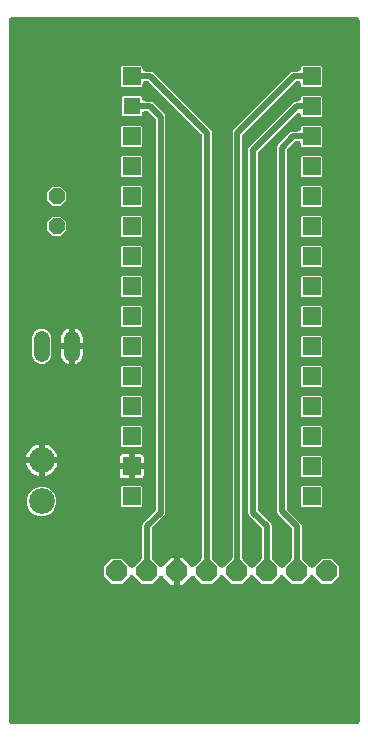
<source format=gbr>
G04 EAGLE Gerber RS-274X export*
G75*
%MOMM*%
%FSLAX34Y34*%
%LPD*%
%INBottom Copper*%
%IPPOS*%
%AMOC8*
5,1,8,0,0,1.08239X$1,22.5*%
G01*
%ADD10C,2.184400*%
%ADD11P,1.924489X8X112.500000*%
%ADD12C,1.320800*%
%ADD13P,1.429621X8X112.500000*%
%ADD14R,1.508000X1.508000*%
%ADD15R,1.408000X1.408000*%
%ADD16C,0.508000*%
%ADD17C,0.152400*%

G36*
X279235Y556264D02*
X279235Y556264D01*
X279269Y556262D01*
X279458Y556284D01*
X279649Y556301D01*
X279682Y556310D01*
X279716Y556314D01*
X279899Y556369D01*
X280083Y556419D01*
X280114Y556434D01*
X280147Y556444D01*
X280318Y556531D01*
X280490Y556613D01*
X280518Y556633D01*
X280549Y556648D01*
X280701Y556764D01*
X280856Y556875D01*
X280880Y556900D01*
X280907Y556920D01*
X281036Y557060D01*
X281170Y557197D01*
X281189Y557226D01*
X281213Y557252D01*
X281315Y557413D01*
X281422Y557570D01*
X281436Y557602D01*
X281454Y557631D01*
X281527Y557808D01*
X281604Y557982D01*
X281612Y558016D01*
X281625Y558048D01*
X281665Y558235D01*
X281711Y558420D01*
X281713Y558454D01*
X281720Y558488D01*
X281739Y558800D01*
X281739Y1152400D01*
X281736Y1152435D01*
X281738Y1152469D01*
X281716Y1152658D01*
X281699Y1152849D01*
X281690Y1152882D01*
X281686Y1152916D01*
X281631Y1153099D01*
X281581Y1153283D01*
X281566Y1153314D01*
X281556Y1153347D01*
X281469Y1153518D01*
X281387Y1153690D01*
X281367Y1153718D01*
X281352Y1153749D01*
X281236Y1153901D01*
X281125Y1154056D01*
X281100Y1154080D01*
X281080Y1154107D01*
X280940Y1154236D01*
X280803Y1154370D01*
X280774Y1154389D01*
X280748Y1154413D01*
X280587Y1154515D01*
X280430Y1154622D01*
X280398Y1154636D01*
X280369Y1154654D01*
X280192Y1154727D01*
X280018Y1154804D01*
X279984Y1154812D01*
X279952Y1154825D01*
X279765Y1154865D01*
X279580Y1154911D01*
X279546Y1154913D01*
X279512Y1154920D01*
X279200Y1154939D01*
X-12700Y1154939D01*
X-12735Y1154936D01*
X-12769Y1154938D01*
X-12958Y1154916D01*
X-13149Y1154899D01*
X-13182Y1154890D01*
X-13216Y1154886D01*
X-13399Y1154831D01*
X-13583Y1154781D01*
X-13614Y1154766D01*
X-13647Y1154756D01*
X-13818Y1154669D01*
X-13990Y1154587D01*
X-14018Y1154567D01*
X-14049Y1154552D01*
X-14201Y1154436D01*
X-14356Y1154325D01*
X-14380Y1154300D01*
X-14407Y1154280D01*
X-14536Y1154140D01*
X-14670Y1154003D01*
X-14689Y1153974D01*
X-14713Y1153948D01*
X-14815Y1153787D01*
X-14922Y1153630D01*
X-14936Y1153598D01*
X-14954Y1153569D01*
X-15027Y1153392D01*
X-15104Y1153218D01*
X-15112Y1153184D01*
X-15125Y1153152D01*
X-15166Y1152965D01*
X-15211Y1152780D01*
X-15213Y1152746D01*
X-15220Y1152712D01*
X-15239Y1152400D01*
X-15239Y558800D01*
X-15236Y558765D01*
X-15238Y558731D01*
X-15216Y558542D01*
X-15199Y558351D01*
X-15190Y558318D01*
X-15186Y558284D01*
X-15131Y558101D01*
X-15081Y557917D01*
X-15066Y557886D01*
X-15056Y557853D01*
X-14969Y557682D01*
X-14887Y557510D01*
X-14867Y557482D01*
X-14852Y557451D01*
X-14736Y557299D01*
X-14625Y557144D01*
X-14600Y557120D01*
X-14580Y557093D01*
X-14440Y556964D01*
X-14303Y556830D01*
X-14274Y556811D01*
X-14248Y556787D01*
X-14087Y556685D01*
X-13930Y556578D01*
X-13898Y556564D01*
X-13869Y556546D01*
X-13692Y556473D01*
X-13518Y556396D01*
X-13484Y556388D01*
X-13452Y556375D01*
X-13265Y556335D01*
X-13080Y556289D01*
X-13046Y556287D01*
X-13012Y556280D01*
X-12700Y556261D01*
X279200Y556261D01*
X279235Y556264D01*
G37*
%LPC*%
G36*
X129539Y674369D02*
X129539Y674369D01*
X129539Y685800D01*
X129539Y697231D01*
X131735Y697231D01*
X138623Y690343D01*
X138650Y690320D01*
X138672Y690294D01*
X138821Y690177D01*
X138968Y690054D01*
X138998Y690036D01*
X139026Y690015D01*
X139193Y689925D01*
X139359Y689830D01*
X139392Y689819D01*
X139422Y689802D01*
X139603Y689743D01*
X139783Y689679D01*
X139818Y689674D01*
X139851Y689663D01*
X140040Y689637D01*
X140228Y689606D01*
X140262Y689606D01*
X140297Y689602D01*
X140488Y689610D01*
X140678Y689612D01*
X140712Y689619D01*
X140747Y689620D01*
X140933Y689661D01*
X141120Y689698D01*
X141152Y689710D01*
X141186Y689718D01*
X141362Y689791D01*
X141540Y689860D01*
X141570Y689878D01*
X141602Y689891D01*
X141762Y689995D01*
X141925Y690094D01*
X141951Y690117D01*
X141980Y690136D01*
X142214Y690343D01*
X147592Y695720D01*
X147697Y695846D01*
X147809Y695967D01*
X147841Y696019D01*
X147880Y696066D01*
X147962Y696208D01*
X148050Y696347D01*
X148074Y696404D01*
X148104Y696456D01*
X148159Y696611D01*
X148221Y696764D01*
X148234Y696823D01*
X148255Y696881D01*
X148281Y697043D01*
X148316Y697204D01*
X148321Y697281D01*
X148328Y697325D01*
X148327Y697386D01*
X148335Y697516D01*
X148335Y1054413D01*
X148321Y1054576D01*
X148314Y1054741D01*
X148301Y1054800D01*
X148295Y1054861D01*
X148252Y1055020D01*
X148216Y1055180D01*
X148193Y1055237D01*
X148177Y1055295D01*
X148106Y1055444D01*
X148043Y1055596D01*
X148010Y1055647D01*
X147983Y1055702D01*
X147888Y1055836D01*
X147798Y1055974D01*
X147747Y1056032D01*
X147721Y1056068D01*
X147678Y1056111D01*
X147592Y1056208D01*
X103708Y1100092D01*
X103582Y1100197D01*
X103461Y1100309D01*
X103410Y1100341D01*
X103363Y1100380D01*
X103220Y1100462D01*
X103081Y1100550D01*
X103025Y1100574D01*
X102972Y1100604D01*
X102817Y1100659D01*
X102665Y1100721D01*
X102605Y1100734D01*
X102547Y1100755D01*
X102385Y1100781D01*
X102224Y1100816D01*
X102148Y1100821D01*
X102103Y1100828D01*
X102042Y1100827D01*
X101913Y1100835D01*
X100504Y1100835D01*
X100469Y1100832D01*
X100435Y1100834D01*
X100246Y1100812D01*
X100055Y1100795D01*
X100022Y1100786D01*
X99988Y1100782D01*
X99805Y1100727D01*
X99621Y1100677D01*
X99590Y1100662D01*
X99557Y1100652D01*
X99386Y1100565D01*
X99214Y1100483D01*
X99186Y1100463D01*
X99155Y1100448D01*
X99003Y1100332D01*
X98848Y1100221D01*
X98824Y1100196D01*
X98797Y1100176D01*
X98668Y1100036D01*
X98534Y1099899D01*
X98515Y1099870D01*
X98491Y1099844D01*
X98389Y1099683D01*
X98282Y1099526D01*
X98268Y1099494D01*
X98250Y1099465D01*
X98177Y1099288D01*
X98100Y1099114D01*
X98092Y1099080D01*
X98079Y1099048D01*
X98039Y1098861D01*
X97993Y1098676D01*
X97991Y1098642D01*
X97984Y1098608D01*
X97965Y1098296D01*
X97965Y1096728D01*
X97072Y1095835D01*
X80728Y1095835D01*
X79835Y1096728D01*
X79835Y1113072D01*
X80728Y1113965D01*
X97072Y1113965D01*
X97965Y1113072D01*
X97965Y1111504D01*
X97968Y1111469D01*
X97966Y1111435D01*
X97988Y1111246D01*
X98005Y1111055D01*
X98014Y1111022D01*
X98018Y1110988D01*
X98073Y1110805D01*
X98123Y1110621D01*
X98138Y1110590D01*
X98148Y1110557D01*
X98235Y1110386D01*
X98317Y1110214D01*
X98337Y1110186D01*
X98352Y1110155D01*
X98468Y1110003D01*
X98579Y1109848D01*
X98604Y1109824D01*
X98624Y1109797D01*
X98764Y1109668D01*
X98901Y1109534D01*
X98930Y1109515D01*
X98956Y1109491D01*
X99117Y1109389D01*
X99274Y1109282D01*
X99306Y1109268D01*
X99335Y1109250D01*
X99512Y1109177D01*
X99686Y1109100D01*
X99720Y1109092D01*
X99752Y1109079D01*
X99939Y1109039D01*
X100124Y1108993D01*
X100158Y1108991D01*
X100192Y1108984D01*
X100504Y1108965D01*
X105457Y1108965D01*
X106950Y1108346D01*
X155846Y1059450D01*
X156465Y1057957D01*
X156465Y697516D01*
X156479Y697352D01*
X156486Y697188D01*
X156499Y697128D01*
X156505Y697067D01*
X156548Y696908D01*
X156584Y696748D01*
X156607Y696692D01*
X156623Y696633D01*
X156694Y696484D01*
X156757Y696333D01*
X156790Y696281D01*
X156817Y696226D01*
X156912Y696093D01*
X157002Y695954D01*
X157053Y695897D01*
X157079Y695860D01*
X157122Y695818D01*
X157208Y695720D01*
X163304Y689624D01*
X163331Y689602D01*
X163354Y689576D01*
X163503Y689458D01*
X163650Y689335D01*
X163680Y689318D01*
X163707Y689297D01*
X163875Y689207D01*
X164041Y689112D01*
X164073Y689100D01*
X164104Y689084D01*
X164285Y689025D01*
X164465Y688961D01*
X164499Y688955D01*
X164532Y688945D01*
X164721Y688919D01*
X164909Y688888D01*
X164944Y688888D01*
X164978Y688883D01*
X165169Y688891D01*
X165360Y688894D01*
X165393Y688900D01*
X165428Y688902D01*
X165614Y688943D01*
X165802Y688979D01*
X165834Y688992D01*
X165868Y688999D01*
X166043Y689073D01*
X166222Y689142D01*
X166251Y689160D01*
X166283Y689173D01*
X166443Y689276D01*
X166606Y689375D01*
X166632Y689398D01*
X166661Y689417D01*
X166896Y689624D01*
X173500Y696228D01*
X173605Y696354D01*
X173717Y696475D01*
X173749Y696527D01*
X173788Y696574D01*
X173870Y696716D01*
X173958Y696855D01*
X173982Y696912D01*
X174012Y696965D01*
X174067Y697119D01*
X174129Y697272D01*
X174142Y697331D01*
X174163Y697389D01*
X174189Y697551D01*
X174224Y697712D01*
X174229Y697789D01*
X174236Y697833D01*
X174235Y697894D01*
X174243Y698024D01*
X174243Y1057957D01*
X174862Y1059450D01*
X223758Y1108346D01*
X225251Y1108965D01*
X229696Y1108965D01*
X229731Y1108968D01*
X229765Y1108966D01*
X229954Y1108988D01*
X230145Y1109005D01*
X230178Y1109014D01*
X230212Y1109018D01*
X230395Y1109073D01*
X230579Y1109123D01*
X230610Y1109138D01*
X230643Y1109148D01*
X230814Y1109235D01*
X230986Y1109317D01*
X231014Y1109337D01*
X231045Y1109352D01*
X231197Y1109468D01*
X231352Y1109579D01*
X231376Y1109604D01*
X231403Y1109624D01*
X231532Y1109764D01*
X231666Y1109901D01*
X231685Y1109930D01*
X231709Y1109956D01*
X231811Y1110117D01*
X231918Y1110274D01*
X231932Y1110306D01*
X231950Y1110335D01*
X232023Y1110512D01*
X232100Y1110686D01*
X232108Y1110720D01*
X232121Y1110752D01*
X232161Y1110939D01*
X232207Y1111124D01*
X232209Y1111158D01*
X232216Y1111192D01*
X232235Y1111504D01*
X232235Y1113072D01*
X233128Y1113965D01*
X249472Y1113965D01*
X250365Y1113072D01*
X250365Y1096728D01*
X249472Y1095835D01*
X233128Y1095835D01*
X232235Y1096728D01*
X232235Y1098296D01*
X232232Y1098331D01*
X232234Y1098365D01*
X232212Y1098554D01*
X232195Y1098745D01*
X232186Y1098778D01*
X232182Y1098812D01*
X232127Y1098995D01*
X232077Y1099179D01*
X232062Y1099210D01*
X232052Y1099243D01*
X231965Y1099414D01*
X231883Y1099586D01*
X231863Y1099614D01*
X231848Y1099645D01*
X231732Y1099797D01*
X231621Y1099952D01*
X231596Y1099976D01*
X231576Y1100003D01*
X231436Y1100132D01*
X231299Y1100266D01*
X231270Y1100285D01*
X231244Y1100309D01*
X231083Y1100411D01*
X230926Y1100518D01*
X230894Y1100532D01*
X230865Y1100550D01*
X230688Y1100623D01*
X230514Y1100700D01*
X230480Y1100708D01*
X230448Y1100721D01*
X230261Y1100761D01*
X230076Y1100807D01*
X230042Y1100809D01*
X230008Y1100816D01*
X229696Y1100835D01*
X228795Y1100835D01*
X228632Y1100821D01*
X228467Y1100814D01*
X228408Y1100801D01*
X228347Y1100795D01*
X228188Y1100752D01*
X228028Y1100716D01*
X227971Y1100693D01*
X227913Y1100677D01*
X227764Y1100606D01*
X227612Y1100543D01*
X227561Y1100510D01*
X227506Y1100483D01*
X227372Y1100388D01*
X227234Y1100298D01*
X227176Y1100247D01*
X227140Y1100221D01*
X227097Y1100178D01*
X227000Y1100092D01*
X183116Y1056208D01*
X183011Y1056082D01*
X182899Y1055961D01*
X182867Y1055910D01*
X182828Y1055863D01*
X182746Y1055720D01*
X182658Y1055581D01*
X182634Y1055525D01*
X182604Y1055472D01*
X182549Y1055317D01*
X182487Y1055165D01*
X182474Y1055105D01*
X182453Y1055047D01*
X182427Y1054885D01*
X182392Y1054724D01*
X182387Y1054648D01*
X182380Y1054603D01*
X182381Y1054542D01*
X182373Y1054413D01*
X182373Y697008D01*
X182387Y696844D01*
X182394Y696680D01*
X182407Y696620D01*
X182413Y696559D01*
X182456Y696400D01*
X182492Y696240D01*
X182515Y696184D01*
X182531Y696125D01*
X182602Y695977D01*
X182665Y695825D01*
X182698Y695773D01*
X182725Y695718D01*
X182820Y695585D01*
X182910Y695446D01*
X182961Y695389D01*
X182987Y695352D01*
X183030Y695310D01*
X183116Y695212D01*
X188704Y689624D01*
X188731Y689602D01*
X188754Y689576D01*
X188903Y689458D01*
X189050Y689335D01*
X189080Y689318D01*
X189107Y689297D01*
X189275Y689207D01*
X189441Y689112D01*
X189473Y689100D01*
X189504Y689084D01*
X189685Y689025D01*
X189865Y688961D01*
X189899Y688955D01*
X189932Y688945D01*
X190121Y688919D01*
X190309Y688888D01*
X190344Y688888D01*
X190378Y688883D01*
X190569Y688891D01*
X190760Y688894D01*
X190794Y688900D01*
X190828Y688902D01*
X191014Y688943D01*
X191202Y688979D01*
X191234Y688992D01*
X191268Y688999D01*
X191444Y689073D01*
X191622Y689142D01*
X191651Y689160D01*
X191683Y689173D01*
X191843Y689276D01*
X192006Y689375D01*
X192032Y689398D01*
X192061Y689417D01*
X192296Y689624D01*
X198392Y695720D01*
X198497Y695846D01*
X198609Y695967D01*
X198641Y696019D01*
X198680Y696066D01*
X198762Y696208D01*
X198850Y696347D01*
X198874Y696404D01*
X198904Y696456D01*
X198959Y696611D01*
X199021Y696764D01*
X199034Y696823D01*
X199055Y696881D01*
X199081Y697043D01*
X199116Y697204D01*
X199121Y697281D01*
X199128Y697325D01*
X199127Y697386D01*
X199135Y697516D01*
X199135Y721165D01*
X199121Y721328D01*
X199114Y721493D01*
X199101Y721552D01*
X199095Y721613D01*
X199052Y721772D01*
X199016Y721932D01*
X198993Y721989D01*
X198977Y722047D01*
X198906Y722196D01*
X198843Y722348D01*
X198810Y722399D01*
X198783Y722454D01*
X198688Y722588D01*
X198598Y722726D01*
X198547Y722784D01*
X198521Y722820D01*
X198478Y722863D01*
X198392Y722960D01*
X188070Y733282D01*
X187451Y734775D01*
X187451Y1043225D01*
X188070Y1044718D01*
X226298Y1082946D01*
X227791Y1083565D01*
X229696Y1083565D01*
X229731Y1083568D01*
X229765Y1083566D01*
X229954Y1083588D01*
X230145Y1083605D01*
X230178Y1083614D01*
X230212Y1083618D01*
X230395Y1083673D01*
X230579Y1083723D01*
X230610Y1083738D01*
X230643Y1083748D01*
X230814Y1083835D01*
X230986Y1083917D01*
X231014Y1083937D01*
X231045Y1083952D01*
X231197Y1084068D01*
X231352Y1084179D01*
X231376Y1084204D01*
X231403Y1084224D01*
X231532Y1084364D01*
X231666Y1084501D01*
X231685Y1084530D01*
X231709Y1084556D01*
X231811Y1084717D01*
X231918Y1084874D01*
X231932Y1084906D01*
X231950Y1084935D01*
X232023Y1085112D01*
X232100Y1085286D01*
X232108Y1085320D01*
X232121Y1085352D01*
X232161Y1085539D01*
X232207Y1085724D01*
X232209Y1085758D01*
X232216Y1085792D01*
X232235Y1086104D01*
X232235Y1087672D01*
X233128Y1088565D01*
X249472Y1088565D01*
X250365Y1087672D01*
X250365Y1071328D01*
X249472Y1070435D01*
X233128Y1070435D01*
X232228Y1071335D01*
X232224Y1071386D01*
X232222Y1071516D01*
X232204Y1071610D01*
X232195Y1071705D01*
X232161Y1071831D01*
X232136Y1071958D01*
X232102Y1072047D01*
X232077Y1072139D01*
X232021Y1072257D01*
X231974Y1072378D01*
X231924Y1072460D01*
X231883Y1072546D01*
X231808Y1072652D01*
X231740Y1072763D01*
X231677Y1072834D01*
X231621Y1072912D01*
X231528Y1073003D01*
X231442Y1073100D01*
X231367Y1073159D01*
X231299Y1073226D01*
X231191Y1073299D01*
X231089Y1073380D01*
X231005Y1073425D01*
X230926Y1073478D01*
X230807Y1073531D01*
X230692Y1073592D01*
X230601Y1073622D01*
X230514Y1073661D01*
X230387Y1073691D01*
X230264Y1073732D01*
X230169Y1073745D01*
X230076Y1073767D01*
X229947Y1073775D01*
X229818Y1073793D01*
X229722Y1073789D01*
X229627Y1073795D01*
X229498Y1073780D01*
X229368Y1073775D01*
X229275Y1073754D01*
X229180Y1073743D01*
X229055Y1073705D01*
X228928Y1073677D01*
X228840Y1073640D01*
X228749Y1073613D01*
X228633Y1073554D01*
X228513Y1073503D01*
X228432Y1073451D01*
X228347Y1073408D01*
X228244Y1073330D01*
X228135Y1073259D01*
X228037Y1073173D01*
X227989Y1073136D01*
X227958Y1073103D01*
X227900Y1073052D01*
X196324Y1041476D01*
X196219Y1041350D01*
X196107Y1041229D01*
X196075Y1041178D01*
X196036Y1041131D01*
X195954Y1040988D01*
X195866Y1040849D01*
X195842Y1040793D01*
X195812Y1040740D01*
X195757Y1040585D01*
X195695Y1040433D01*
X195682Y1040373D01*
X195661Y1040315D01*
X195635Y1040153D01*
X195600Y1039992D01*
X195595Y1039916D01*
X195588Y1039871D01*
X195589Y1039810D01*
X195581Y1039681D01*
X195581Y738319D01*
X195595Y738156D01*
X195602Y737991D01*
X195615Y737932D01*
X195621Y737871D01*
X195664Y737712D01*
X195700Y737552D01*
X195723Y737495D01*
X195739Y737437D01*
X195810Y737288D01*
X195873Y737136D01*
X195906Y737085D01*
X195933Y737030D01*
X196028Y736896D01*
X196118Y736758D01*
X196169Y736700D01*
X196195Y736664D01*
X196238Y736621D01*
X196324Y736524D01*
X206646Y726202D01*
X207265Y724709D01*
X207265Y697516D01*
X207279Y697352D01*
X207286Y697188D01*
X207299Y697128D01*
X207305Y697067D01*
X207348Y696908D01*
X207384Y696748D01*
X207407Y696692D01*
X207423Y696633D01*
X207494Y696484D01*
X207557Y696333D01*
X207590Y696281D01*
X207617Y696226D01*
X207712Y696093D01*
X207802Y695954D01*
X207853Y695897D01*
X207879Y695860D01*
X207922Y695818D01*
X208008Y695720D01*
X214104Y689624D01*
X214131Y689602D01*
X214154Y689576D01*
X214303Y689458D01*
X214450Y689335D01*
X214480Y689318D01*
X214507Y689297D01*
X214675Y689207D01*
X214841Y689112D01*
X214873Y689100D01*
X214904Y689084D01*
X215085Y689025D01*
X215265Y688961D01*
X215299Y688955D01*
X215332Y688945D01*
X215521Y688919D01*
X215709Y688888D01*
X215744Y688888D01*
X215778Y688883D01*
X215969Y688891D01*
X216160Y688894D01*
X216193Y688900D01*
X216228Y688902D01*
X216414Y688943D01*
X216602Y688979D01*
X216634Y688992D01*
X216668Y688999D01*
X216843Y689073D01*
X217022Y689142D01*
X217051Y689160D01*
X217083Y689173D01*
X217243Y689276D01*
X217406Y689375D01*
X217432Y689398D01*
X217461Y689417D01*
X217696Y689624D01*
X223792Y695720D01*
X223897Y695846D01*
X224009Y695967D01*
X224041Y696019D01*
X224080Y696066D01*
X224162Y696208D01*
X224250Y696347D01*
X224274Y696404D01*
X224304Y696457D01*
X224359Y696611D01*
X224421Y696764D01*
X224434Y696823D01*
X224455Y696881D01*
X224481Y697043D01*
X224516Y697204D01*
X224521Y697281D01*
X224528Y697325D01*
X224527Y697386D01*
X224535Y697516D01*
X224535Y721165D01*
X224521Y721328D01*
X224514Y721493D01*
X224501Y721552D01*
X224495Y721613D01*
X224452Y721772D01*
X224416Y721932D01*
X224393Y721989D01*
X224377Y722047D01*
X224306Y722196D01*
X224243Y722348D01*
X224210Y722399D01*
X224183Y722454D01*
X224088Y722588D01*
X223998Y722726D01*
X223947Y722784D01*
X223921Y722820D01*
X223878Y722863D01*
X223792Y722960D01*
X213955Y732797D01*
X212454Y734298D01*
X211835Y735791D01*
X211835Y1045257D01*
X212454Y1046750D01*
X213954Y1048251D01*
X213955Y1048251D01*
X221749Y1056045D01*
X223250Y1057546D01*
X224743Y1058165D01*
X229696Y1058165D01*
X229731Y1058168D01*
X229765Y1058166D01*
X229954Y1058188D01*
X230145Y1058205D01*
X230178Y1058214D01*
X230212Y1058218D01*
X230395Y1058273D01*
X230579Y1058323D01*
X230610Y1058338D01*
X230643Y1058348D01*
X230814Y1058435D01*
X230986Y1058517D01*
X231014Y1058537D01*
X231045Y1058552D01*
X231197Y1058668D01*
X231352Y1058779D01*
X231376Y1058804D01*
X231403Y1058824D01*
X231532Y1058964D01*
X231666Y1059101D01*
X231685Y1059130D01*
X231709Y1059156D01*
X231811Y1059317D01*
X231918Y1059474D01*
X231932Y1059506D01*
X231950Y1059535D01*
X232023Y1059712D01*
X232100Y1059886D01*
X232108Y1059920D01*
X232121Y1059952D01*
X232161Y1060139D01*
X232207Y1060324D01*
X232209Y1060358D01*
X232216Y1060392D01*
X232235Y1060704D01*
X232235Y1062272D01*
X233128Y1063165D01*
X249472Y1063165D01*
X250365Y1062272D01*
X250365Y1045928D01*
X249472Y1045035D01*
X233128Y1045035D01*
X232235Y1045928D01*
X232235Y1047496D01*
X232232Y1047531D01*
X232234Y1047565D01*
X232212Y1047754D01*
X232195Y1047945D01*
X232186Y1047978D01*
X232182Y1048012D01*
X232127Y1048195D01*
X232077Y1048379D01*
X232062Y1048410D01*
X232052Y1048443D01*
X231965Y1048614D01*
X231883Y1048786D01*
X231863Y1048814D01*
X231848Y1048845D01*
X231732Y1048997D01*
X231621Y1049152D01*
X231596Y1049176D01*
X231576Y1049203D01*
X231436Y1049332D01*
X231299Y1049466D01*
X231270Y1049485D01*
X231244Y1049509D01*
X231083Y1049611D01*
X230926Y1049718D01*
X230894Y1049732D01*
X230865Y1049750D01*
X230688Y1049823D01*
X230514Y1049900D01*
X230480Y1049908D01*
X230448Y1049921D01*
X230261Y1049961D01*
X230076Y1050007D01*
X230042Y1050009D01*
X230008Y1050016D01*
X229696Y1050035D01*
X228287Y1050035D01*
X228124Y1050021D01*
X227959Y1050014D01*
X227900Y1050001D01*
X227839Y1049995D01*
X227680Y1049952D01*
X227520Y1049916D01*
X227463Y1049893D01*
X227405Y1049877D01*
X227256Y1049806D01*
X227104Y1049743D01*
X227053Y1049710D01*
X226998Y1049683D01*
X226864Y1049588D01*
X226726Y1049498D01*
X226668Y1049447D01*
X226632Y1049421D01*
X226589Y1049378D01*
X226492Y1049292D01*
X220708Y1043508D01*
X220603Y1043382D01*
X220491Y1043261D01*
X220459Y1043210D01*
X220420Y1043163D01*
X220338Y1043020D01*
X220250Y1042881D01*
X220226Y1042825D01*
X220196Y1042772D01*
X220141Y1042617D01*
X220079Y1042465D01*
X220066Y1042405D01*
X220045Y1042348D01*
X220019Y1042185D01*
X219984Y1042024D01*
X219979Y1041948D01*
X219972Y1041903D01*
X219973Y1041842D01*
X219965Y1041713D01*
X219965Y739335D01*
X219979Y739172D01*
X219986Y739007D01*
X219999Y738948D01*
X220005Y738887D01*
X220048Y738728D01*
X220084Y738568D01*
X220107Y738511D01*
X220123Y738453D01*
X220194Y738304D01*
X220257Y738152D01*
X220290Y738101D01*
X220317Y738046D01*
X220412Y737912D01*
X220502Y737774D01*
X220553Y737716D01*
X220579Y737680D01*
X220622Y737637D01*
X220708Y737540D01*
X232046Y726202D01*
X232665Y724709D01*
X232665Y697516D01*
X232679Y697352D01*
X232686Y697188D01*
X232699Y697128D01*
X232705Y697067D01*
X232748Y696908D01*
X232784Y696748D01*
X232807Y696692D01*
X232823Y696633D01*
X232894Y696485D01*
X232957Y696333D01*
X232990Y696281D01*
X233017Y696226D01*
X233112Y696093D01*
X233202Y695954D01*
X233253Y695897D01*
X233279Y695860D01*
X233322Y695818D01*
X233408Y695720D01*
X239504Y689624D01*
X239531Y689602D01*
X239554Y689576D01*
X239703Y689458D01*
X239850Y689335D01*
X239880Y689318D01*
X239907Y689297D01*
X240075Y689207D01*
X240241Y689112D01*
X240273Y689100D01*
X240304Y689084D01*
X240485Y689025D01*
X240665Y688961D01*
X240699Y688955D01*
X240732Y688945D01*
X240921Y688919D01*
X241109Y688888D01*
X241144Y688888D01*
X241178Y688883D01*
X241369Y688891D01*
X241560Y688894D01*
X241594Y688900D01*
X241628Y688902D01*
X241814Y688943D01*
X242002Y688979D01*
X242034Y688992D01*
X242068Y688999D01*
X242243Y689073D01*
X242422Y689142D01*
X242451Y689160D01*
X242483Y689173D01*
X242643Y689276D01*
X242806Y689375D01*
X242832Y689398D01*
X242861Y689417D01*
X243096Y689624D01*
X249686Y696215D01*
X258314Y696215D01*
X264415Y690114D01*
X264415Y681486D01*
X258314Y675385D01*
X249686Y675385D01*
X243096Y681976D01*
X243069Y681998D01*
X243046Y682024D01*
X242897Y682142D01*
X242750Y682265D01*
X242720Y682282D01*
X242693Y682303D01*
X242525Y682393D01*
X242359Y682488D01*
X242327Y682500D01*
X242296Y682516D01*
X242115Y682575D01*
X241935Y682639D01*
X241901Y682645D01*
X241868Y682655D01*
X241679Y682681D01*
X241491Y682712D01*
X241456Y682712D01*
X241422Y682717D01*
X241231Y682709D01*
X241041Y682706D01*
X241006Y682700D01*
X240972Y682698D01*
X240786Y682657D01*
X240598Y682621D01*
X240566Y682608D01*
X240532Y682601D01*
X240356Y682527D01*
X240178Y682458D01*
X240149Y682440D01*
X240117Y682427D01*
X239957Y682324D01*
X239794Y682225D01*
X239768Y682202D01*
X239739Y682183D01*
X239504Y681976D01*
X232914Y675385D01*
X224286Y675385D01*
X217696Y681976D01*
X217669Y681998D01*
X217646Y682024D01*
X217497Y682142D01*
X217350Y682265D01*
X217320Y682282D01*
X217293Y682303D01*
X217125Y682393D01*
X216959Y682488D01*
X216927Y682500D01*
X216896Y682516D01*
X216715Y682575D01*
X216535Y682639D01*
X216501Y682645D01*
X216468Y682655D01*
X216279Y682681D01*
X216091Y682712D01*
X216056Y682712D01*
X216022Y682717D01*
X215831Y682709D01*
X215641Y682706D01*
X215606Y682700D01*
X215572Y682698D01*
X215386Y682657D01*
X215198Y682621D01*
X215166Y682608D01*
X215132Y682601D01*
X214956Y682527D01*
X214778Y682458D01*
X214749Y682440D01*
X214717Y682427D01*
X214557Y682324D01*
X214394Y682225D01*
X214368Y682202D01*
X214339Y682183D01*
X214104Y681976D01*
X207514Y675385D01*
X198886Y675385D01*
X192296Y681976D01*
X192269Y681998D01*
X192246Y682024D01*
X192097Y682142D01*
X191950Y682265D01*
X191920Y682282D01*
X191893Y682303D01*
X191725Y682393D01*
X191559Y682488D01*
X191527Y682500D01*
X191496Y682516D01*
X191315Y682575D01*
X191135Y682639D01*
X191101Y682645D01*
X191068Y682655D01*
X190879Y682681D01*
X190691Y682712D01*
X190656Y682712D01*
X190622Y682717D01*
X190431Y682709D01*
X190241Y682706D01*
X190206Y682700D01*
X190172Y682698D01*
X189986Y682657D01*
X189798Y682621D01*
X189766Y682608D01*
X189732Y682601D01*
X189556Y682527D01*
X189378Y682458D01*
X189349Y682440D01*
X189317Y682427D01*
X189157Y682324D01*
X188994Y682225D01*
X188968Y682202D01*
X188939Y682183D01*
X188704Y681976D01*
X182114Y675385D01*
X173486Y675385D01*
X166896Y681976D01*
X166869Y681998D01*
X166846Y682024D01*
X166697Y682142D01*
X166550Y682265D01*
X166520Y682282D01*
X166493Y682303D01*
X166325Y682393D01*
X166159Y682488D01*
X166127Y682500D01*
X166096Y682516D01*
X165915Y682575D01*
X165735Y682639D01*
X165701Y682645D01*
X165668Y682655D01*
X165479Y682681D01*
X165291Y682712D01*
X165256Y682712D01*
X165222Y682717D01*
X165031Y682709D01*
X164841Y682706D01*
X164806Y682700D01*
X164772Y682698D01*
X164586Y682657D01*
X164398Y682621D01*
X164366Y682608D01*
X164332Y682601D01*
X164156Y682527D01*
X163978Y682458D01*
X163949Y682440D01*
X163917Y682427D01*
X163757Y682324D01*
X163594Y682225D01*
X163568Y682202D01*
X163539Y682183D01*
X163304Y681976D01*
X156714Y675385D01*
X148086Y675385D01*
X142214Y681257D01*
X142187Y681280D01*
X142164Y681306D01*
X142015Y681424D01*
X141869Y681546D01*
X141839Y681564D01*
X141811Y681585D01*
X141643Y681675D01*
X141478Y681770D01*
X141445Y681781D01*
X141414Y681798D01*
X141233Y681857D01*
X141053Y681921D01*
X141019Y681926D01*
X140986Y681937D01*
X140797Y681963D01*
X140609Y681994D01*
X140575Y681994D01*
X140540Y681998D01*
X140349Y681990D01*
X140159Y681988D01*
X140125Y681981D01*
X140090Y681980D01*
X139904Y681939D01*
X139717Y681902D01*
X139685Y681890D01*
X139651Y681882D01*
X139475Y681809D01*
X139297Y681740D01*
X139267Y681722D01*
X139235Y681709D01*
X139075Y681605D01*
X138912Y681506D01*
X138886Y681483D01*
X138857Y681464D01*
X138623Y681257D01*
X131735Y674369D01*
X129539Y674369D01*
G37*
%LPD*%
%LPC*%
G36*
X122265Y674369D02*
X122265Y674369D01*
X115377Y681257D01*
X115350Y681280D01*
X115328Y681306D01*
X115178Y681424D01*
X115032Y681546D01*
X115002Y681564D01*
X114974Y681585D01*
X114807Y681675D01*
X114641Y681770D01*
X114608Y681781D01*
X114578Y681798D01*
X114397Y681857D01*
X114217Y681921D01*
X114182Y681926D01*
X114149Y681937D01*
X113960Y681963D01*
X113772Y681994D01*
X113738Y681994D01*
X113703Y681998D01*
X113512Y681990D01*
X113322Y681988D01*
X113288Y681981D01*
X113253Y681980D01*
X113067Y681939D01*
X112880Y681902D01*
X112848Y681890D01*
X112814Y681882D01*
X112638Y681809D01*
X112460Y681740D01*
X112430Y681722D01*
X112398Y681709D01*
X112239Y681605D01*
X112075Y681506D01*
X112049Y681483D01*
X112020Y681464D01*
X111786Y681257D01*
X105914Y675385D01*
X97286Y675385D01*
X90696Y681976D01*
X90669Y681998D01*
X90646Y682024D01*
X90497Y682142D01*
X90350Y682265D01*
X90320Y682282D01*
X90293Y682303D01*
X90125Y682393D01*
X89959Y682488D01*
X89927Y682500D01*
X89896Y682516D01*
X89715Y682575D01*
X89535Y682639D01*
X89501Y682645D01*
X89468Y682655D01*
X89279Y682681D01*
X89091Y682712D01*
X89056Y682712D01*
X89022Y682717D01*
X88831Y682709D01*
X88641Y682706D01*
X88606Y682700D01*
X88572Y682698D01*
X88386Y682657D01*
X88198Y682621D01*
X88166Y682608D01*
X88132Y682601D01*
X87956Y682527D01*
X87778Y682458D01*
X87749Y682440D01*
X87717Y682427D01*
X87557Y682324D01*
X87394Y682225D01*
X87368Y682202D01*
X87339Y682183D01*
X87104Y681976D01*
X80514Y675385D01*
X71886Y675385D01*
X65785Y681486D01*
X65785Y690114D01*
X71886Y696215D01*
X80514Y696215D01*
X87104Y689624D01*
X87131Y689602D01*
X87154Y689576D01*
X87303Y689458D01*
X87450Y689335D01*
X87480Y689318D01*
X87507Y689297D01*
X87675Y689207D01*
X87841Y689112D01*
X87873Y689100D01*
X87904Y689084D01*
X88085Y689025D01*
X88265Y688961D01*
X88299Y688955D01*
X88332Y688945D01*
X88521Y688919D01*
X88709Y688888D01*
X88744Y688888D01*
X88778Y688883D01*
X88969Y688891D01*
X89160Y688894D01*
X89194Y688900D01*
X89228Y688902D01*
X89414Y688943D01*
X89602Y688979D01*
X89634Y688992D01*
X89668Y688999D01*
X89843Y689073D01*
X90022Y689142D01*
X90051Y689160D01*
X90083Y689173D01*
X90243Y689276D01*
X90406Y689375D01*
X90432Y689398D01*
X90461Y689417D01*
X90696Y689624D01*
X96792Y695720D01*
X96897Y695846D01*
X97009Y695967D01*
X97041Y696019D01*
X97080Y696066D01*
X97162Y696208D01*
X97250Y696347D01*
X97274Y696404D01*
X97304Y696457D01*
X97359Y696611D01*
X97421Y696764D01*
X97434Y696823D01*
X97455Y696881D01*
X97481Y697043D01*
X97516Y697204D01*
X97521Y697281D01*
X97528Y697325D01*
X97527Y697386D01*
X97535Y697516D01*
X97535Y724709D01*
X98154Y726202D01*
X108476Y736524D01*
X108581Y736650D01*
X108693Y736771D01*
X108725Y736822D01*
X108764Y736869D01*
X108846Y737012D01*
X108934Y737151D01*
X108958Y737207D01*
X108988Y737260D01*
X109043Y737415D01*
X109105Y737567D01*
X109118Y737627D01*
X109139Y737685D01*
X109165Y737847D01*
X109200Y738008D01*
X109205Y738084D01*
X109212Y738129D01*
X109211Y738190D01*
X109219Y738319D01*
X109219Y1067621D01*
X109205Y1067784D01*
X109198Y1067949D01*
X109185Y1068008D01*
X109179Y1068069D01*
X109136Y1068228D01*
X109100Y1068388D01*
X109077Y1068445D01*
X109061Y1068503D01*
X108990Y1068652D01*
X108927Y1068804D01*
X108894Y1068855D01*
X108867Y1068910D01*
X108772Y1069044D01*
X108682Y1069182D01*
X108631Y1069240D01*
X108605Y1069276D01*
X108562Y1069319D01*
X108476Y1069416D01*
X103200Y1074692D01*
X103074Y1074797D01*
X102953Y1074909D01*
X102902Y1074941D01*
X102855Y1074980D01*
X102712Y1075062D01*
X102573Y1075150D01*
X102517Y1075174D01*
X102464Y1075204D01*
X102309Y1075259D01*
X102157Y1075321D01*
X102097Y1075334D01*
X102039Y1075355D01*
X101877Y1075381D01*
X101716Y1075416D01*
X101640Y1075421D01*
X101595Y1075428D01*
X101534Y1075427D01*
X101405Y1075435D01*
X100004Y1075435D01*
X99969Y1075432D01*
X99935Y1075434D01*
X99746Y1075412D01*
X99555Y1075395D01*
X99522Y1075386D01*
X99488Y1075382D01*
X99305Y1075327D01*
X99121Y1075277D01*
X99090Y1075262D01*
X99057Y1075252D01*
X98886Y1075165D01*
X98714Y1075083D01*
X98686Y1075063D01*
X98655Y1075048D01*
X98503Y1074932D01*
X98348Y1074821D01*
X98324Y1074796D01*
X98297Y1074776D01*
X98168Y1074636D01*
X98034Y1074499D01*
X98015Y1074470D01*
X97991Y1074444D01*
X97889Y1074283D01*
X97782Y1074126D01*
X97768Y1074094D01*
X97750Y1074065D01*
X97677Y1073888D01*
X97600Y1073714D01*
X97592Y1073680D01*
X97579Y1073648D01*
X97539Y1073461D01*
X97493Y1073276D01*
X97491Y1073242D01*
X97484Y1073208D01*
X97465Y1072896D01*
X97465Y1071828D01*
X96572Y1070935D01*
X81228Y1070935D01*
X80335Y1071828D01*
X80335Y1087172D01*
X81228Y1088065D01*
X96572Y1088065D01*
X97465Y1087172D01*
X97465Y1086104D01*
X97468Y1086069D01*
X97466Y1086035D01*
X97488Y1085846D01*
X97505Y1085655D01*
X97514Y1085622D01*
X97518Y1085588D01*
X97573Y1085405D01*
X97623Y1085221D01*
X97638Y1085190D01*
X97648Y1085157D01*
X97735Y1084986D01*
X97817Y1084814D01*
X97837Y1084786D01*
X97852Y1084755D01*
X97968Y1084603D01*
X98079Y1084448D01*
X98104Y1084424D01*
X98124Y1084397D01*
X98264Y1084268D01*
X98401Y1084134D01*
X98430Y1084115D01*
X98456Y1084091D01*
X98617Y1083989D01*
X98774Y1083882D01*
X98806Y1083868D01*
X98835Y1083850D01*
X99012Y1083777D01*
X99186Y1083700D01*
X99220Y1083692D01*
X99252Y1083679D01*
X99439Y1083639D01*
X99624Y1083593D01*
X99658Y1083591D01*
X99692Y1083584D01*
X100004Y1083565D01*
X104949Y1083565D01*
X106442Y1082946D01*
X116730Y1072658D01*
X117349Y1071165D01*
X117349Y734775D01*
X116730Y733282D01*
X106408Y722960D01*
X106303Y722834D01*
X106191Y722713D01*
X106159Y722662D01*
X106120Y722615D01*
X106038Y722472D01*
X105950Y722333D01*
X105926Y722277D01*
X105896Y722224D01*
X105841Y722069D01*
X105779Y721917D01*
X105766Y721857D01*
X105745Y721799D01*
X105719Y721637D01*
X105684Y721476D01*
X105679Y721400D01*
X105672Y721355D01*
X105673Y721294D01*
X105665Y721165D01*
X105665Y697516D01*
X105679Y697352D01*
X105686Y697188D01*
X105699Y697128D01*
X105705Y697067D01*
X105748Y696908D01*
X105784Y696748D01*
X105807Y696692D01*
X105823Y696633D01*
X105894Y696485D01*
X105957Y696333D01*
X105990Y696281D01*
X106017Y696226D01*
X106112Y696093D01*
X106202Y695954D01*
X106253Y695897D01*
X106279Y695860D01*
X106322Y695818D01*
X106408Y695720D01*
X111786Y690343D01*
X111813Y690320D01*
X111836Y690294D01*
X111985Y690176D01*
X112131Y690054D01*
X112161Y690036D01*
X112189Y690015D01*
X112357Y689925D01*
X112522Y689830D01*
X112555Y689819D01*
X112586Y689802D01*
X112767Y689743D01*
X112947Y689679D01*
X112981Y689674D01*
X113014Y689663D01*
X113203Y689637D01*
X113391Y689606D01*
X113425Y689606D01*
X113460Y689602D01*
X113651Y689610D01*
X113841Y689612D01*
X113875Y689619D01*
X113910Y689620D01*
X114096Y689661D01*
X114283Y689698D01*
X114315Y689710D01*
X114349Y689718D01*
X114525Y689791D01*
X114703Y689860D01*
X114733Y689878D01*
X114765Y689891D01*
X114925Y689995D01*
X115088Y690094D01*
X115114Y690117D01*
X115143Y690136D01*
X115377Y690343D01*
X122265Y697231D01*
X124461Y697231D01*
X124461Y685800D01*
X124461Y674369D01*
X122265Y674369D01*
G37*
%LPD*%
%LPC*%
G36*
X10224Y732553D02*
X10224Y732553D01*
X5649Y734448D01*
X2148Y737949D01*
X253Y742524D01*
X253Y747476D01*
X2148Y752051D01*
X5649Y755552D01*
X10224Y757447D01*
X15176Y757447D01*
X19750Y755552D01*
X23252Y752050D01*
X25147Y747476D01*
X25147Y742524D01*
X23252Y737950D01*
X19750Y734448D01*
X15176Y732553D01*
X10224Y732553D01*
G37*
%LPD*%
%LPC*%
G36*
X11083Y861567D02*
X11083Y861567D01*
X8095Y862805D01*
X5809Y865091D01*
X4571Y868079D01*
X4571Y884521D01*
X5809Y887509D01*
X8095Y889795D01*
X11083Y891033D01*
X14317Y891033D01*
X17305Y889795D01*
X19591Y887509D01*
X20829Y884521D01*
X20829Y868079D01*
X19591Y865091D01*
X17305Y862805D01*
X14317Y861567D01*
X11083Y861567D01*
G37*
%LPD*%
%LPC*%
G36*
X233128Y1019635D02*
X233128Y1019635D01*
X232235Y1020528D01*
X232235Y1036872D01*
X233128Y1037765D01*
X249472Y1037765D01*
X250365Y1036872D01*
X250365Y1020528D01*
X249472Y1019635D01*
X233128Y1019635D01*
G37*
%LPD*%
%LPC*%
G36*
X80728Y1045035D02*
X80728Y1045035D01*
X79835Y1045928D01*
X79835Y1062272D01*
X80728Y1063165D01*
X97072Y1063165D01*
X97965Y1062272D01*
X97965Y1045928D01*
X97072Y1045035D01*
X80728Y1045035D01*
G37*
%LPD*%
%LPC*%
G36*
X233128Y740235D02*
X233128Y740235D01*
X232235Y741128D01*
X232235Y757472D01*
X233128Y758365D01*
X249472Y758365D01*
X250365Y757472D01*
X250365Y741128D01*
X249472Y740235D01*
X233128Y740235D01*
G37*
%LPD*%
%LPC*%
G36*
X80728Y740235D02*
X80728Y740235D01*
X79835Y741128D01*
X79835Y757472D01*
X80728Y758365D01*
X97072Y758365D01*
X97965Y757472D01*
X97965Y741128D01*
X97072Y740235D01*
X80728Y740235D01*
G37*
%LPD*%
%LPC*%
G36*
X233128Y765635D02*
X233128Y765635D01*
X232235Y766528D01*
X232235Y782872D01*
X233128Y783765D01*
X249472Y783765D01*
X250365Y782872D01*
X250365Y766528D01*
X249472Y765635D01*
X233128Y765635D01*
G37*
%LPD*%
%LPC*%
G36*
X80728Y791035D02*
X80728Y791035D01*
X79835Y791928D01*
X79835Y808272D01*
X80728Y809165D01*
X97072Y809165D01*
X97965Y808272D01*
X97965Y791928D01*
X97072Y791035D01*
X80728Y791035D01*
G37*
%LPD*%
%LPC*%
G36*
X233128Y791035D02*
X233128Y791035D01*
X232235Y791928D01*
X232235Y808272D01*
X233128Y809165D01*
X249472Y809165D01*
X250365Y808272D01*
X250365Y791928D01*
X249472Y791035D01*
X233128Y791035D01*
G37*
%LPD*%
%LPC*%
G36*
X80728Y816435D02*
X80728Y816435D01*
X79835Y817328D01*
X79835Y833672D01*
X80728Y834565D01*
X97072Y834565D01*
X97965Y833672D01*
X97965Y817328D01*
X97072Y816435D01*
X80728Y816435D01*
G37*
%LPD*%
%LPC*%
G36*
X233128Y816435D02*
X233128Y816435D01*
X232235Y817328D01*
X232235Y833672D01*
X233128Y834565D01*
X249472Y834565D01*
X250365Y833672D01*
X250365Y817328D01*
X249472Y816435D01*
X233128Y816435D01*
G37*
%LPD*%
%LPC*%
G36*
X80728Y841835D02*
X80728Y841835D01*
X79835Y842728D01*
X79835Y859072D01*
X80728Y859965D01*
X97072Y859965D01*
X97965Y859072D01*
X97965Y842728D01*
X97072Y841835D01*
X80728Y841835D01*
G37*
%LPD*%
%LPC*%
G36*
X233128Y841835D02*
X233128Y841835D01*
X232235Y842728D01*
X232235Y859072D01*
X233128Y859965D01*
X249472Y859965D01*
X250365Y859072D01*
X250365Y842728D01*
X249472Y841835D01*
X233128Y841835D01*
G37*
%LPD*%
%LPC*%
G36*
X233128Y867235D02*
X233128Y867235D01*
X232235Y868128D01*
X232235Y884472D01*
X233128Y885365D01*
X249472Y885365D01*
X250365Y884472D01*
X250365Y868128D01*
X249472Y867235D01*
X233128Y867235D01*
G37*
%LPD*%
%LPC*%
G36*
X80728Y867235D02*
X80728Y867235D01*
X79835Y868128D01*
X79835Y884472D01*
X80728Y885365D01*
X97072Y885365D01*
X97965Y884472D01*
X97965Y868128D01*
X97072Y867235D01*
X80728Y867235D01*
G37*
%LPD*%
%LPC*%
G36*
X80728Y968835D02*
X80728Y968835D01*
X79835Y969728D01*
X79835Y986072D01*
X80728Y986965D01*
X97072Y986965D01*
X97965Y986072D01*
X97965Y969728D01*
X97072Y968835D01*
X80728Y968835D01*
G37*
%LPD*%
%LPC*%
G36*
X80728Y1019635D02*
X80728Y1019635D01*
X79835Y1020528D01*
X79835Y1036872D01*
X80728Y1037765D01*
X97072Y1037765D01*
X97965Y1036872D01*
X97965Y1020528D01*
X97072Y1019635D01*
X80728Y1019635D01*
G37*
%LPD*%
%LPC*%
G36*
X233128Y994235D02*
X233128Y994235D01*
X232235Y995128D01*
X232235Y1011472D01*
X233128Y1012365D01*
X249472Y1012365D01*
X250365Y1011472D01*
X250365Y995128D01*
X249472Y994235D01*
X233128Y994235D01*
G37*
%LPD*%
%LPC*%
G36*
X80728Y994235D02*
X80728Y994235D01*
X79835Y995128D01*
X79835Y1011472D01*
X80728Y1012365D01*
X97072Y1012365D01*
X97965Y1011472D01*
X97965Y995128D01*
X97072Y994235D01*
X80728Y994235D01*
G37*
%LPD*%
%LPC*%
G36*
X233128Y968835D02*
X233128Y968835D01*
X232235Y969728D01*
X232235Y986072D01*
X233128Y986965D01*
X249472Y986965D01*
X250365Y986072D01*
X250365Y969728D01*
X249472Y968835D01*
X233128Y968835D01*
G37*
%LPD*%
%LPC*%
G36*
X80728Y943435D02*
X80728Y943435D01*
X79835Y944328D01*
X79835Y960672D01*
X80728Y961565D01*
X97072Y961565D01*
X97965Y960672D01*
X97965Y944328D01*
X97072Y943435D01*
X80728Y943435D01*
G37*
%LPD*%
%LPC*%
G36*
X233128Y943435D02*
X233128Y943435D01*
X232235Y944328D01*
X232235Y960672D01*
X233128Y961565D01*
X249472Y961565D01*
X250365Y960672D01*
X250365Y944328D01*
X249472Y943435D01*
X233128Y943435D01*
G37*
%LPD*%
%LPC*%
G36*
X80728Y918035D02*
X80728Y918035D01*
X79835Y918928D01*
X79835Y935272D01*
X80728Y936165D01*
X97072Y936165D01*
X97965Y935272D01*
X97965Y918928D01*
X97072Y918035D01*
X80728Y918035D01*
G37*
%LPD*%
%LPC*%
G36*
X233128Y918035D02*
X233128Y918035D01*
X232235Y918928D01*
X232235Y935272D01*
X233128Y936165D01*
X249472Y936165D01*
X250365Y935272D01*
X250365Y918928D01*
X249472Y918035D01*
X233128Y918035D01*
G37*
%LPD*%
%LPC*%
G36*
X233128Y892635D02*
X233128Y892635D01*
X232235Y893528D01*
X232235Y909872D01*
X233128Y910765D01*
X249472Y910765D01*
X250365Y909872D01*
X250365Y893528D01*
X249472Y892635D01*
X233128Y892635D01*
G37*
%LPD*%
%LPC*%
G36*
X80728Y892635D02*
X80728Y892635D01*
X79835Y893528D01*
X79835Y909872D01*
X80728Y910765D01*
X97072Y910765D01*
X97965Y909872D01*
X97965Y893528D01*
X97072Y892635D01*
X80728Y892635D01*
G37*
%LPD*%
%LPC*%
G36*
X22033Y969771D02*
X22033Y969771D01*
X17271Y974533D01*
X17271Y981267D01*
X22033Y986029D01*
X28767Y986029D01*
X33529Y981267D01*
X33529Y974533D01*
X28767Y969771D01*
X22033Y969771D01*
G37*
%LPD*%
%LPC*%
G36*
X22033Y995171D02*
X22033Y995171D01*
X17271Y999933D01*
X17271Y1006667D01*
X22033Y1011429D01*
X28767Y1011429D01*
X33529Y1006667D01*
X33529Y999933D01*
X28767Y995171D01*
X22033Y995171D01*
G37*
%LPD*%
%LPC*%
G36*
X15239Y782539D02*
X15239Y782539D01*
X15239Y793228D01*
X15853Y793131D01*
X17868Y792476D01*
X19756Y791514D01*
X21470Y790269D01*
X22969Y788770D01*
X24214Y787056D01*
X25176Y785168D01*
X25831Y783153D01*
X25928Y782539D01*
X15239Y782539D01*
G37*
%LPD*%
%LPC*%
G36*
X15239Y777461D02*
X15239Y777461D01*
X25928Y777461D01*
X25831Y776847D01*
X25176Y774832D01*
X24214Y772944D01*
X22969Y771230D01*
X21470Y769731D01*
X19756Y768486D01*
X17868Y767524D01*
X15853Y766869D01*
X15239Y766772D01*
X15239Y777461D01*
G37*
%LPD*%
%LPC*%
G36*
X-528Y782539D02*
X-528Y782539D01*
X-431Y783153D01*
X224Y785168D01*
X1186Y787056D01*
X2431Y788770D01*
X3930Y790269D01*
X5644Y791514D01*
X7532Y792476D01*
X9547Y793131D01*
X10161Y793228D01*
X10161Y782539D01*
X-528Y782539D01*
G37*
%LPD*%
%LPC*%
G36*
X9547Y766869D02*
X9547Y766869D01*
X7532Y767524D01*
X5644Y768486D01*
X3930Y769731D01*
X2431Y771230D01*
X1186Y772944D01*
X224Y774832D01*
X-431Y776847D01*
X-528Y777461D01*
X10161Y777461D01*
X10161Y766772D01*
X9547Y766869D01*
G37*
%LPD*%
%LPC*%
G36*
X40639Y878839D02*
X40639Y878839D01*
X40639Y891694D01*
X41610Y891379D01*
X42893Y890725D01*
X44057Y889879D01*
X45075Y888861D01*
X45921Y887697D01*
X46575Y886414D01*
X47020Y885046D01*
X47245Y883624D01*
X47245Y878839D01*
X40639Y878839D01*
G37*
%LPD*%
%LPC*%
G36*
X40639Y873761D02*
X40639Y873761D01*
X47245Y873761D01*
X47245Y868976D01*
X47020Y867554D01*
X46575Y866186D01*
X45921Y864903D01*
X45075Y863739D01*
X44057Y862721D01*
X42893Y861875D01*
X41610Y861221D01*
X40639Y860906D01*
X40639Y873761D01*
G37*
%LPD*%
%LPC*%
G36*
X28955Y878839D02*
X28955Y878839D01*
X28955Y883624D01*
X29180Y885046D01*
X29625Y886414D01*
X30279Y887697D01*
X31125Y888861D01*
X32143Y889879D01*
X33307Y890725D01*
X34590Y891379D01*
X35561Y891694D01*
X35561Y878839D01*
X28955Y878839D01*
G37*
%LPD*%
%LPC*%
G36*
X34590Y861221D02*
X34590Y861221D01*
X33307Y861875D01*
X32143Y862721D01*
X31125Y863739D01*
X30279Y864903D01*
X29625Y866186D01*
X29180Y867554D01*
X28955Y868976D01*
X28955Y873761D01*
X35561Y873761D01*
X35561Y860906D01*
X34590Y861221D01*
G37*
%LPD*%
%LPC*%
G36*
X91439Y777239D02*
X91439Y777239D01*
X91439Y784781D01*
X96775Y784781D01*
X97421Y784608D01*
X98000Y784273D01*
X98473Y783800D01*
X98808Y783221D01*
X98981Y782575D01*
X98981Y777239D01*
X91439Y777239D01*
G37*
%LPD*%
%LPC*%
G36*
X91439Y764619D02*
X91439Y764619D01*
X91439Y772161D01*
X98981Y772161D01*
X98981Y766825D01*
X98808Y766179D01*
X98473Y765600D01*
X98000Y765127D01*
X97421Y764792D01*
X96775Y764619D01*
X91439Y764619D01*
G37*
%LPD*%
%LPC*%
G36*
X78819Y777239D02*
X78819Y777239D01*
X78819Y782575D01*
X78992Y783221D01*
X79327Y783800D01*
X79800Y784273D01*
X80379Y784608D01*
X81025Y784781D01*
X86361Y784781D01*
X86361Y777239D01*
X78819Y777239D01*
G37*
%LPD*%
%LPC*%
G36*
X81025Y764619D02*
X81025Y764619D01*
X80379Y764792D01*
X79800Y765127D01*
X79327Y765600D01*
X78992Y766179D01*
X78819Y766825D01*
X78819Y772161D01*
X86361Y772161D01*
X86361Y764619D01*
X81025Y764619D01*
G37*
%LPD*%
D10*
X12700Y780000D03*
X12700Y745000D03*
D11*
X254000Y685800D03*
X228600Y685800D03*
X203200Y685800D03*
X177800Y685800D03*
X152400Y685800D03*
X127000Y685800D03*
X101600Y685800D03*
X76200Y685800D03*
D12*
X38100Y869696D02*
X38100Y882904D01*
X12700Y882904D02*
X12700Y869696D01*
D13*
X25400Y977900D03*
X25400Y1003300D03*
D14*
X241300Y1104900D03*
X241300Y1079500D03*
X241300Y1054100D03*
X241300Y1028700D03*
X241300Y1003300D03*
X241300Y977900D03*
X241300Y952500D03*
X241300Y927100D03*
X241300Y901700D03*
X241300Y876300D03*
X241300Y850900D03*
X241300Y825500D03*
X241300Y800100D03*
X241300Y774700D03*
X241300Y749300D03*
X88900Y1104900D03*
D15*
X88900Y1079500D03*
D14*
X88900Y1054100D03*
X88900Y1028700D03*
X88900Y1003300D03*
X88900Y977900D03*
X88900Y952500D03*
X88900Y927100D03*
X88900Y901700D03*
X88900Y876300D03*
X88900Y850900D03*
X88900Y825500D03*
X88900Y800100D03*
X88900Y774700D03*
X88900Y749300D03*
D16*
X88900Y1104900D02*
X104648Y1104900D01*
X152400Y1057148D01*
X152400Y685800D01*
X191516Y1042416D02*
X228600Y1079500D01*
X241300Y1079500D01*
X203200Y723900D02*
X203200Y685800D01*
X203200Y723900D02*
X191516Y735584D01*
X191516Y1042416D01*
X225552Y1054100D02*
X241300Y1054100D01*
X225552Y1054100D02*
X215900Y1044448D01*
X228600Y723900D02*
X228600Y685800D01*
X228600Y723900D02*
X215900Y736600D01*
X215900Y1044448D01*
X226060Y1104900D02*
X241300Y1104900D01*
X226060Y1104900D02*
X178308Y1057148D01*
X178308Y686816D01*
D17*
X177800Y685800D01*
D16*
X104140Y1079500D02*
X88900Y1079500D01*
X104140Y1079500D02*
X113284Y1070356D01*
X101600Y723900D02*
X101600Y685800D01*
X101600Y723900D02*
X113284Y735584D01*
X113284Y1070356D01*
M02*

</source>
